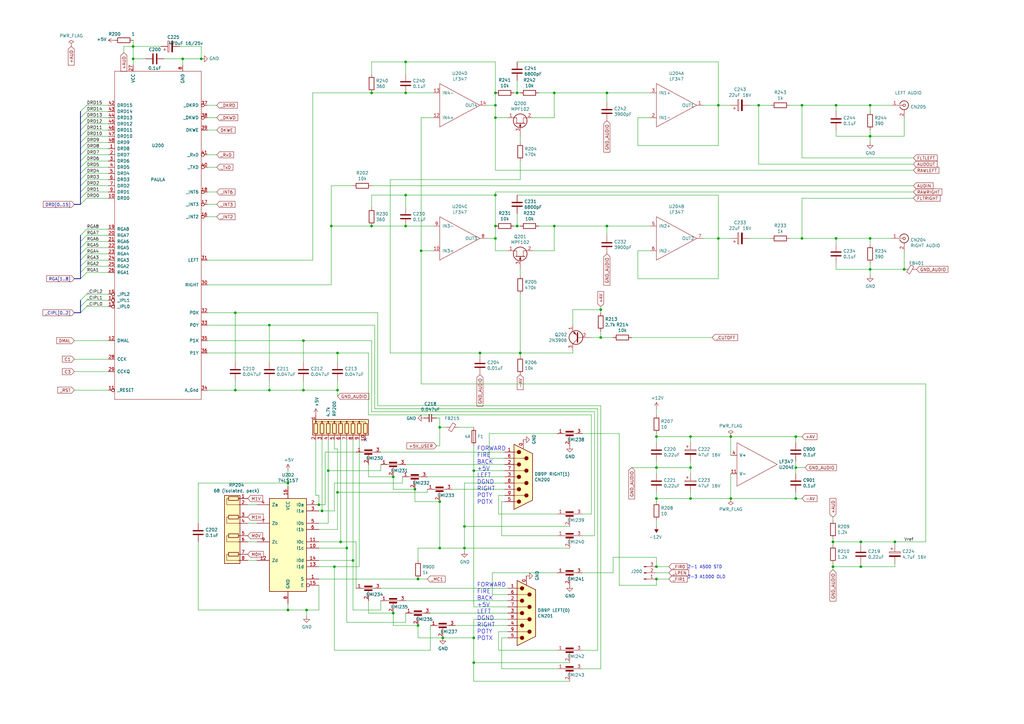
<source format=kicad_sch>
(kicad_sch (version 20230121) (generator eeschema)
  (paper "A3")
  (title_block (title "B2000 Audio") (date "07/06/1987") (rev "6.2-a") (company "Commodore") (comment 1 "Drawn by: Dave Haynie") (comment 2 "Used on: A2000-CR") (comment 3 "Next Assy: 312725") (comment 4 "Assy: 312726"))
  (junction (at 118.11 250.19))
  (junction (at 326.39 179.07))
  (junction (at 180.34 175.26))
  (junction (at 294.64 97.79))
  (junction (at 328.93 97.79))
  (junction (at 190.5 224.79))
  (junction (at 118.11 198.12))
  (junction (at 283.21 179.07))
  (junction (at 356.87 43.18))
  (junction (at 269.24 237.49))
  (junction (at 190.5 215.9))
  (junction (at 96.52 160.02))
  (junction (at 283.21 191.77))
  (junction (at 326.39 191.77))
  (junction (at 203.2 97.79))
  (junction (at 110.49 133.35))
  (junction (at 137.16 232.41))
  (junction (at 132.08 209.55))
  (junction (at 311.15 43.18))
  (junction (at 54.61 24.13))
  (junction (at 171.45 256.54))
  (junction (at 180.34 205.74))
  (junction (at 269.24 179.07))
  (junction (at 294.64 43.18))
  (junction (at 269.24 204.47))
  (junction (at 269.24 191.77))
  (junction (at 170.18 200.66))
  (junction (at 246.38 127))
  (junction (at 194.31 271.78))
  (junction (at 194.31 261.62))
  (junction (at 152.4 38.1))
  (junction (at 246.38 138.43))
  (junction (at 124.46 139.7))
  (junction (at 166.37 80.01))
  (junction (at 353.06 222.25))
  (junction (at 328.93 43.18))
  (junction (at 356.87 55.88))
  (junction (at 142.24 224.79))
  (junction (at 96.52 128.27))
  (junction (at 125.73 250.19))
  (junction (at 54.61 19.05))
  (junction (at 166.37 25.4))
  (junction (at 367.03 222.25))
  (junction (at 353.06 232.41))
  (junction (at 370.84 110.49))
  (junction (at 82.55 24.13))
  (junction (at 138.43 201.93))
  (junction (at 135.89 92.71))
  (junction (at 161.29 251.46))
  (junction (at 283.21 204.47))
  (junction (at 130.81 207.01))
  (junction (at 203.2 80.01))
  (junction (at 342.9 43.18))
  (junction (at 356.87 97.79))
  (junction (at 248.92 38.1))
  (junction (at 134.62 193.04))
  (junction (at 212.09 92.71))
  (junction (at 166.37 38.1))
  (junction (at 172.72 102.87))
  (junction (at 166.37 92.71))
  (junction (at 181.61 261.62))
  (junction (at 194.31 193.04))
  (junction (at 203.2 92.71))
  (junction (at 152.4 92.71))
  (junction (at 124.46 160.02))
  (junction (at 213.36 144.78))
  (junction (at 138.43 144.78))
  (junction (at 269.24 232.41))
  (junction (at 227.33 92.71))
  (junction (at 356.87 110.49))
  (junction (at 203.2 38.1))
  (junction (at 138.43 160.02))
  (junction (at 299.72 179.07))
  (junction (at 342.9 97.79))
  (junction (at 180.34 224.79))
  (junction (at 161.29 195.58))
  (junction (at 299.72 204.47))
  (junction (at 227.33 38.1))
  (junction (at 341.63 232.41))
  (junction (at 171.45 237.49))
  (junction (at 326.39 204.47))
  (junction (at 341.63 222.25))
  (junction (at 139.7 222.25))
  (junction (at 196.85 144.78))
  (junction (at 212.09 38.1))
  (junction (at 203.2 48.26))
  (junction (at 74.93 24.13))
  (junction (at 110.49 160.02))
  (junction (at 203.2 43.18))
  (junction (at 248.92 92.71))
  (junction (at 144.78 229.87))
  (no_connect (at 149.86 180.34))
  (bus_entry (at 33.02 109.22) (size 2.54 -2.54))
  (bus_entry (at 33.02 96.52) (size 2.54 -2.54))
  (bus_entry (at 33.02 104.14) (size 2.54 -2.54))
  (bus_entry (at 33.02 111.76) (size 2.54 -2.54))
  (bus_entry (at 33.02 50.8) (size 2.54 -2.54))
  (bus_entry (at 33.02 58.42) (size 2.54 -2.54))
  (bus_entry (at 33.02 60.96) (size 2.54 -2.54))
  (bus_entry (at 33.02 66.04) (size 2.54 -2.54))
  (bus_entry (at 33.02 123.19) (size 2.54 -2.54))
  (bus_entry (at 33.02 78.74) (size 2.54 -2.54))
  (bus_entry (at 33.02 68.58) (size 2.54 -2.54))
  (bus_entry (at 33.02 71.12) (size 2.54 -2.54))
  (bus_entry (at 33.02 55.88) (size 2.54 -2.54))
  (bus_entry (at 33.02 48.26) (size 2.54 -2.54))
  (bus_entry (at 33.02 99.06) (size 2.54 -2.54))
  (bus_entry (at 33.02 125.73) (size 2.54 -2.54))
  (bus_entry (at 33.02 76.2) (size 2.54 -2.54))
  (bus_entry (at 33.02 101.6) (size 2.54 -2.54))
  (bus_entry (at 33.02 83.82) (size 2.54 -2.54))
  (bus_entry (at 33.02 53.34) (size 2.54 -2.54))
  (bus_entry (at 33.02 63.5) (size 2.54 -2.54))
  (bus_entry (at 33.02 45.72) (size 2.54 -2.54))
  (bus_entry (at 33.02 128.27) (size 2.54 -2.54))
  (bus_entry (at 33.02 81.28) (size 2.54 -2.54))
  (bus_entry (at 33.02 73.66) (size 2.54 -2.54))
  (bus_entry (at 33.02 106.68) (size 2.54 -2.54))
  (bus_entry (at 33.02 114.3) (size 2.54 -2.54))
  (wire (pts (xy 151.13 251.46) (xy 161.29 251.46)))
  (wire (pts (xy 208.28 48.26) (xy 203.2 48.26)))
  (wire (pts (xy 124.46 139.7) (xy 85.09 139.7)))
  (wire (pts (xy 307.34 43.18) (xy 311.15 43.18)))
  (wire (pts (xy 328.93 43.18) (xy 328.93 64.77)))
  (bus (pts (xy 33.02 68.58) (xy 33.02 71.12)))
  (wire (pts (xy 356.87 110.49) (xy 370.84 110.49)))
  (wire (pts (xy 210.82 38.1) (xy 212.09 38.1)))
  (wire (pts (xy 190.5 224.79) (xy 180.34 224.79)))
  (wire (pts (xy 213.36 144.78) (xy 196.85 144.78)))
  (wire (pts (xy 227.33 38.1) (xy 227.33 48.26)))
  (bus (pts (xy 33.02 45.72) (xy 33.02 48.26)))
  (wire (pts (xy 132.08 180.34) (xy 132.08 209.55)))
  (wire (pts (xy 294.64 43.18) (xy 299.72 43.18)))
  (wire (pts (xy 208.28 243.84) (xy 201.93 243.84)))
  (wire (pts (xy 227.33 92.71) (xy 220.98 92.71)))
  (wire (pts (xy 110.49 133.35) (xy 153.67 133.35)))
  (wire (pts (xy 142.24 224.79) (xy 130.81 224.79)))
  (wire (pts (xy 269.24 204.47) (xy 269.24 201.93)))
  (wire (pts (xy 85.09 68.58) (xy 88.9 68.58)))
  (wire (pts (xy 203.2 48.26) (xy 203.2 43.18)))
  (wire (pts (xy 248.92 96.52) (xy 248.92 92.71)))
  (wire (pts (xy 374.65 67.31) (xy 311.15 67.31)))
  (wire (pts (xy 181.61 261.62) (xy 194.31 261.62)))
  (wire (pts (xy 251.46 228.6) (xy 269.24 228.6)))
  (wire (pts (xy 353.06 232.41) (xy 367.03 232.41)))
  (wire (pts (xy 227.33 92.71) (xy 227.33 102.87)))
  (wire (pts (xy 294.64 97.79) (xy 288.29 97.79)))
  (wire (pts (xy 269.24 205.74) (xy 269.24 204.47)))
  (wire (pts (xy 81.28 214.63) (xy 81.28 198.12)))
  (wire (pts (xy 154.94 166.37) (xy 246.38 166.37)))
  (wire (pts (xy 246.38 274.32) (xy 238.76 274.32)))
  (wire (pts (xy 166.37 255.27) (xy 142.24 255.27)))
  (wire (pts (xy 105.41 207.01) (xy 101.6 207.01)))
  (wire (pts (xy 203.2 97.79) (xy 199.39 97.79)))
  (wire (pts (xy 35.56 58.42) (xy 44.45 58.42)))
  (wire (pts (xy 283.21 191.77) (xy 283.21 189.23)))
  (wire (pts (xy 128.27 38.1) (xy 128.27 106.68)))
  (wire (pts (xy 233.68 224.79) (xy 190.5 224.79)))
  (wire (pts (xy 35.56 101.6) (xy 44.45 101.6)))
  (wire (pts (xy 196.85 144.78) (xy 196.85 146.05)))
  (wire (pts (xy 233.68 279.4) (xy 194.31 279.4)))
  (wire (pts (xy 328.93 43.18) (xy 342.9 43.18)))
  (wire (pts (xy 166.37 92.71) (xy 152.4 92.71)))
  (wire (pts (xy 379.73 157.48) (xy 379.73 222.25)))
  (wire (pts (xy 177.8 92.71) (xy 166.37 92.71)))
  (wire (pts (xy 242.57 138.43) (xy 246.38 138.43)))
  (bus (pts (xy 33.02 76.2) (xy 33.02 78.74)))
  (wire (pts (xy 341.63 222.25) (xy 341.63 223.52)))
  (wire (pts (xy 180.34 205.74) (xy 180.34 224.79)))
  (wire (pts (xy 82.55 19.05) (xy 82.55 24.13)))
  (bus (pts (xy 33.02 71.12) (xy 33.02 73.66)))
  (wire (pts (xy 171.45 256.54) (xy 171.45 261.62)))
  (wire (pts (xy 246.38 127) (xy 246.38 125.73)))
  (wire (pts (xy 190.5 215.9) (xy 190.5 224.79)))
  (wire (pts (xy 228.6 266.7) (xy 204.47 266.7)))
  (wire (pts (xy 194.31 279.4) (xy 194.31 271.78)))
  (wire (pts (xy 194.31 254) (xy 194.31 261.62)))
  (wire (pts (xy 171.45 224.79) (xy 171.45 229.87)))
  (wire (pts (xy 185.42 200.66) (xy 207.01 200.66)))
  (wire (pts (xy 85.09 43.18) (xy 88.9 43.18)))
  (wire (pts (xy 85.09 88.9) (xy 88.9 88.9)))
  (wire (pts (xy 156.21 250.19) (xy 156.21 246.38)))
  (wire (pts (xy 342.9 97.79) (xy 356.87 97.79)))
  (wire (pts (xy 67.31 24.13) (xy 74.93 24.13)))
  (wire (pts (xy 85.09 53.34) (xy 88.9 53.34)))
  (wire (pts (xy 356.87 55.88) (xy 356.87 53.34)))
  (wire (pts (xy 151.13 170.18) (xy 242.57 170.18)))
  (bus (pts (xy 33.02 99.06) (xy 33.02 101.6)))
  (wire (pts (xy 341.63 231.14) (xy 341.63 232.41)))
  (wire (pts (xy 105.41 229.87) (xy 101.6 229.87)))
  (wire (pts (xy 151.13 190.5) (xy 151.13 195.58)))
  (wire (pts (xy 269.24 215.9) (xy 269.24 213.36)))
  (wire (pts (xy 341.63 213.36) (xy 341.63 212.09)))
  (wire (pts (xy 166.37 246.38) (xy 208.28 246.38)))
  (wire (pts (xy 328.93 97.79) (xy 342.9 97.79)))
  (wire (pts (xy 85.09 133.35) (xy 110.49 133.35)))
  (wire (pts (xy 180.34 171.45) (xy 179.07 171.45)))
  (wire (pts (xy 269.24 170.18) (xy 269.24 167.64)))
  (wire (pts (xy 245.11 266.7) (xy 238.76 266.7)))
  (wire (pts (xy 299.72 179.07) (xy 283.21 179.07)))
  (wire (pts (xy 370.84 110.49) (xy 370.84 102.87)))
  (wire (pts (xy 166.37 25.4) (xy 203.2 25.4)))
  (wire (pts (xy 130.81 203.2) (xy 130.81 207.01)))
  (wire (pts (xy 248.92 92.71) (xy 227.33 92.71)))
  (wire (pts (xy 96.52 160.02) (xy 110.49 160.02)))
  (wire (pts (xy 283.21 201.93) (xy 283.21 204.47)))
  (wire (pts (xy 144.78 229.87) (xy 144.78 180.34)))
  (wire (pts (xy 203.2 80.01) (xy 203.2 92.71)))
  (wire (pts (xy 81.28 198.12) (xy 118.11 198.12)))
  (wire (pts (xy 187.96 175.26) (xy 194.31 175.26)))
  (wire (pts (xy 203.2 43.18) (xy 199.39 43.18)))
  (wire (pts (xy 152.4 168.91) (xy 243.84 168.91)))
  (wire (pts (xy 138.43 160.02) (xy 138.43 156.21)))
  (wire (pts (xy 165.1 195.58) (xy 165.1 198.12)))
  (wire (pts (xy 266.7 48.26) (xy 261.62 48.26)))
  (wire (pts (xy 172.72 48.26) (xy 172.72 102.87)))
  (wire (pts (xy 175.26 195.58) (xy 207.01 195.58)))
  (wire (pts (xy 156.21 190.5) (xy 156.21 193.04)))
  (wire (pts (xy 248.92 41.91) (xy 248.92 38.1)))
  (wire (pts (xy 180.34 175.26) (xy 180.34 171.45)))
  (wire (pts (xy 342.9 53.34) (xy 342.9 55.88)))
  (wire (pts (xy 341.63 232.41) (xy 353.06 232.41)))
  (wire (pts (xy 74.93 24.13) (xy 82.55 24.13)))
  (wire (pts (xy 365.76 97.79) (xy 356.87 97.79)))
  (wire (pts (xy 180.34 175.26) (xy 182.88 175.26)))
  (wire (pts (xy 137.16 209.55) (xy 132.08 209.55)))
  (wire (pts (xy 234.95 133.35) (xy 234.95 127)))
  (wire (pts (xy 35.56 76.2) (xy 44.45 76.2)))
  (wire (pts (xy 208.28 102.87) (xy 203.2 102.87)))
  (wire (pts (xy 138.43 217.17) (xy 130.81 217.17)))
  (wire (pts (xy 342.9 43.18) (xy 356.87 43.18)))
  (wire (pts (xy 35.56 50.8) (xy 44.45 50.8)))
  (wire (pts (xy 110.49 160.02) (xy 110.49 156.21)))
  (wire (pts (xy 118.11 193.04) (xy 118.11 198.12)))
  (wire (pts (xy 35.56 60.96) (xy 44.45 60.96)))
  (wire (pts (xy 269.24 228.6) (xy 269.24 232.41)))
  (wire (pts (xy 269.24 189.23) (xy 269.24 191.77)))
  (wire (pts (xy 180.34 224.79) (xy 171.45 224.79)))
  (wire (pts (xy 292.1 138.43) (xy 259.08 138.43)))
  (wire (pts (xy 105.41 222.25) (xy 101.6 222.25)))
  (wire (pts (xy 203.2 92.71) (xy 203.2 97.79)))
  (wire (pts (xy 367.03 222.25) (xy 353.06 222.25)))
  (wire (pts (xy 210.82 92.71) (xy 212.09 92.71)))
  (wire (pts (xy 152.4 76.2) (xy 374.65 76.2)))
  (wire (pts (xy 152.4 80.01) (xy 166.37 80.01)))
  (wire (pts (xy 261.62 59.69) (xy 294.64 59.69)))
  (wire (pts (xy 96.52 128.27) (xy 85.09 128.27)))
  (bus (pts (xy 30.48 114.3) (xy 33.02 114.3)))
  (wire (pts (xy 35.56 55.88) (xy 44.45 55.88)))
  (wire (pts (xy 367.03 232.41) (xy 367.03 231.14)))
  (wire (pts (xy 205.74 205.74) (xy 205.74 219.71)))
  (wire (pts (xy 212.09 38.1) (xy 212.09 33.02)))
  (wire (pts (xy 96.52 148.59) (xy 96.52 128.27)))
  (wire (pts (xy 179.07 182.88) (xy 180.34 182.88)))
  (wire (pts (xy 35.56 106.68) (xy 44.45 106.68)))
  (wire (pts (xy 326.39 191.77) (xy 326.39 194.31)))
  (wire (pts (xy 356.87 43.18) (xy 356.87 45.72)))
  (wire (pts (xy 356.87 110.49) (xy 356.87 107.95)))
  (wire (pts (xy 35.56 123.19) (xy 44.45 123.19)))
  (wire (pts (xy 85.09 78.74) (xy 88.9 78.74)))
  (wire (pts (xy 356.87 97.79) (xy 356.87 100.33)))
  (wire (pts (xy 35.56 81.28) (xy 44.45 81.28)))
  (wire (pts (xy 44.45 160.02) (xy 30.48 160.02)))
  (wire (pts (xy 274.32 232.41) (xy 269.24 232.41)))
  (wire (pts (xy 138.43 184.15) (xy 138.43 201.93)))
  (wire (pts (xy 166.37 80.01) (xy 166.37 85.09)))
  (wire (pts (xy 353.06 223.52) (xy 353.06 222.25)))
  (wire (pts (xy 166.37 38.1) (xy 152.4 38.1)))
  (wire (pts (xy 153.67 167.64) (xy 245.11 167.64)))
  (wire (pts (xy 133.35 207.01) (xy 130.81 207.01)))
  (wire (pts (xy 269.24 191.77) (xy 259.08 191.77)))
  (wire (pts (xy 152.4 85.09) (xy 152.4 80.01)))
  (wire (pts (xy 367.03 223.52) (xy 367.03 222.25)))
  (wire (pts (xy 213.36 120.65) (xy 213.36 144.78)))
  (wire (pts (xy 147.32 180.34) (xy 147.32 232.41)))
  (wire (pts (xy 35.56 96.52) (xy 44.45 96.52)))
  (wire (pts (xy 299.72 204.47) (xy 283.21 204.47)))
  (wire (pts (xy 328.93 81.28) (xy 374.65 81.28)))
  (wire (pts (xy 194.31 248.92) (xy 208.28 248.92)))
  (wire (pts (xy 227.33 38.1) (xy 220.98 38.1)))
  (wire (pts (xy 176.53 266.7) (xy 137.16 266.7)))
  (wire (pts (xy 203.2 102.87) (xy 203.2 97.79)))
  (wire (pts (xy 328.93 179.07) (xy 326.39 179.07)))
  (wire (pts (xy 110.49 133.35) (xy 110.49 148.59)))
  (wire (pts (xy 356.87 110.49) (xy 356.87 113.03)))
  (wire (pts (xy 156.21 193.04) (xy 134.62 193.04)))
  (wire (pts (xy 137.16 266.7) (xy 137.16 232.41)))
  (wire (pts (xy 172.72 157.48) (xy 379.73 157.48)))
  (wire (pts (xy 176.53 256.54) (xy 176.53 266.7)))
  (wire (pts (xy 161.29 195.58) (xy 161.29 200.66)))
  (wire (pts (xy 283.21 179.07) (xy 269.24 179.07)))
  (wire (pts (xy 152.4 30.48) (xy 152.4 25.4)))
  (wire (pts (xy 342.9 43.18) (xy 342.9 45.72)))
  (wire (pts (xy 118.11 198.12) (xy 118.11 199.39)))
  (bus (pts (xy 33.02 101.6) (xy 33.02 104.14)))
  (wire (pts (xy 171.45 261.62) (xy 181.61 261.62)))
  (wire (pts (xy 341.63 232.41) (xy 341.63 233.68)))
  (bus (pts (xy 33.02 106.68) (xy 33.02 109.22)))
  (wire (pts (xy 137.16 198.12) (xy 137.16 209.55)))
  (bus (pts (xy 33.02 73.66) (xy 33.02 76.2)))
  (wire (pts (xy 205.74 274.32) (xy 228.6 274.32)))
  (wire (pts (xy 294.64 80.01) (xy 294.64 97.79)))
  (wire (pts (xy 367.03 222.25) (xy 379.73 222.25)))
  (wire (pts (xy 137.16 180.34) (xy 137.16 184.15)))
  (wire (pts (xy 266.7 38.1) (xy 248.92 38.1)))
  (wire (pts (xy 152.4 92.71) (xy 135.89 92.71)))
  (wire (pts (xy 137.16 232.41) (xy 130.81 232.41)))
  (wire (pts (xy 154.94 128.27) (xy 154.94 166.37)))
  (wire (pts (xy 85.09 160.02) (xy 96.52 160.02)))
  (wire (pts (xy 96.52 160.02) (xy 96.52 156.21)))
  (wire (pts (xy 133.35 185.42) (xy 133.35 207.01)))
  (wire (pts (xy 194.31 261.62) (xy 194.31 271.78)))
  (wire (pts (xy 170.18 200.66) (xy 170.18 205.74)))
  (wire (pts (xy 311.15 67.31) (xy 311.15 43.18)))
  (wire (pts (xy 118.11 247.65) (xy 118.11 250.19)))
  (wire (pts (xy 203.2 48.26) (xy 203.2 69.85)))
  (wire (pts (xy 124.46 139.7) (xy 152.4 139.7)))
  (wire (pts (xy 160.02 73.66) (xy 213.36 73.66)))
  (wire (pts (xy 208.28 254) (xy 194.31 254)))
  (wire (pts (xy 142.24 255.27) (xy 142.24 224.79)))
  (wire (pts (xy 129.54 203.2) (xy 129.54 180.34)))
  (wire (pts (xy 54.61 19.05) (xy 50.8 19.05)))
  (wire (pts (xy 125.73 250.19) (xy 125.73 252.73)))
  (wire (pts (xy 328.93 97.79) (xy 328.93 81.28)))
  (wire (pts (xy 326.39 181.61) (xy 326.39 179.07)))
  (wire (pts (xy 326.39 179.07) (xy 299.72 179.07)))
  (bus (pts (xy 33.02 83.82) (xy 30.48 83.82)))
  (wire (pts (xy 213.36 110.49) (xy 213.36 113.03)))
  (wire (pts (xy 246.38 138.43) (xy 246.38 135.89)))
  (wire (pts (xy 207.01 205.74) (xy 205.74 205.74)))
  (wire (pts (xy 212.09 25.4) (xy 294.64 25.4)))
  (wire (pts (xy 311.15 43.18) (xy 316.23 43.18)))
  (wire (pts (xy 283.21 204.47) (xy 269.24 204.47)))
  (wire (pts (xy 85.09 116.84) (xy 135.89 116.84)))
  (wire (pts (xy 137.16 184.15) (xy 138.43 184.15)))
  (wire (pts (xy 54.61 26.67) (xy 54.61 24.13)))
  (wire (pts (xy 233.68 215.9) (xy 190.5 215.9)))
  (wire (pts (xy 238.76 177.8) (xy 254 177.8)))
  (wire (pts (xy 370.84 55.88) (xy 370.84 48.26)))
  (wire (pts (xy 124.46 148.59) (xy 124.46 139.7)))
  (wire (pts (xy 161.29 251.46) (xy 161.29 256.54)))
  (wire (pts (xy 144.78 76.2) (xy 135.89 76.2)))
  (bus (pts (xy 33.02 81.28) (xy 33.02 83.82)))
  (wire (pts (xy 166.37 251.46) (xy 166.37 255.27)))
  (wire (pts (xy 356.87 55.88) (xy 356.87 58.42)))
  (wire (pts (xy 246.38 127) (xy 246.38 128.27)))
  (wire (pts (xy 125.73 250.19) (xy 130.81 250.19)))
  (bus (pts (xy 33.02 125.73) (xy 33.02 128.27)))
  (wire (pts (xy 261.62 48.26) (xy 261.62 59.69)))
  (wire (pts (xy 227.33 102.87) (xy 218.44 102.87)))
  (wire (pts (xy 156.21 185.42) (xy 207.01 185.42)))
  (wire (pts (xy 130.81 229.87) (xy 144.78 229.87)))
  (wire (pts (xy 134.62 214.63) (xy 130.81 214.63)))
  (wire (pts (xy 35.56 71.12) (xy 44.45 71.12)))
  (wire (pts (xy 342.9 110.49) (xy 356.87 110.49)))
  (wire (pts (xy 299.72 204.47) (xy 326.39 204.47)))
  (wire (pts (xy 212.09 92.71) (xy 213.36 92.71)))
  (wire (pts (xy 294.64 25.4) (xy 294.64 43.18)))
  (wire (pts (xy 147.32 232.41) (xy 137.16 232.41)))
  (wire (pts (xy 35.56 53.34) (xy 44.45 53.34)))
  (wire (pts (xy 171.45 237.49) (xy 130.81 237.49)))
  (bus (pts (xy 33.02 58.42) (xy 33.02 60.96)))
  (wire (pts (xy 74.93 24.13) (xy 74.93 26.67)))
  (wire (pts (xy 242.57 210.82) (xy 238.76 210.82)))
  (bus (pts (xy 33.02 96.52) (xy 33.02 99.06)))
  (wire (pts (xy 124.46 160.02) (xy 124.46 156.21)))
  (wire (pts (xy 234.95 144.78) (xy 213.36 144.78)))
  (bus (pts (xy 33.02 48.26) (xy 33.02 50.8)))
  (wire (pts (xy 151.13 144.78) (xy 151.13 170.18)))
  (wire (pts (xy 110.49 160.02) (xy 124.46 160.02)))
  (wire (pts (xy 54.61 24.13) (xy 59.69 24.13)))
  (wire (pts (xy 266.7 92.71) (xy 248.92 92.71)))
  (wire (pts (xy 294.64 97.79) (xy 299.72 97.79)))
  (bus (pts (xy 33.02 123.19) (xy 33.02 125.73)))
  (wire (pts (xy 138.43 148.59) (xy 138.43 144.78)))
  (bus (pts (xy 33.02 63.5) (xy 33.02 66.04)))
  (wire (pts (xy 243.84 168.91) (xy 243.84 219.71)))
  (wire (pts (xy 134.62 193.04) (xy 134.62 214.63)))
  (wire (pts (xy 30.48 152.4) (xy 44.45 152.4)))
  (wire (pts (xy 208.28 261.62) (xy 205.74 261.62)))
  (wire (pts (xy 144.78 250.19) (xy 156.21 250.19)))
  (bus (pts (xy 33.02 55.88) (xy 33.02 58.42)))
  (wire (pts (xy 161.29 200.66) (xy 170.18 200.66)))
  (wire (pts (xy 190.5 224.79) (xy 190.5 226.06)))
  (wire (pts (xy 177.8 48.26) (xy 172.72 48.26)))
  (wire (pts (xy 35.56 93.98) (xy 44.45 93.98)))
  (wire (pts (xy 35.56 120.65) (xy 44.45 120.65)))
  (bus (pts (xy 33.02 104.14) (xy 33.02 106.68)))
  (wire (pts (xy 54.61 16.51) (xy 54.61 19.05)))
  (wire (pts (xy 243.84 219.71) (xy 238.76 219.71)))
  (wire (pts (xy 207.01 187.96) (xy 200.66 187.96)))
  (wire (pts (xy 35.56 45.72) (xy 44.45 45.72)))
  (wire (pts (xy 186.69 256.54) (xy 208.28 256.54)))
  (wire (pts (xy 274.32 237.49) (xy 269.24 237.49)))
  (wire (pts (xy 175.26 237.49) (xy 171.45 237.49)))
  (wire (pts (xy 139.7 222.25) (xy 146.05 222.25)))
  (wire (pts (xy 234.95 143.51) (xy 234.95 144.78)))
  (wire (pts (xy 213.36 55.88) (xy 213.36 58.42)))
  (wire (pts (xy 35.56 111.76) (xy 44.45 111.76)))
  (wire (pts (xy 212.09 80.01) (xy 294.64 80.01)))
  (wire (pts (xy 203.2 80.01) (xy 203.2 78.74)))
  (bus (pts (xy 33.02 109.22) (xy 33.02 111.76)))
  (wire (pts (xy 342.9 107.95) (xy 342.9 110.49)))
  (wire (pts (xy 212.09 92.71) (xy 212.09 87.63)))
  (wire (pts (xy 152.4 38.1) (xy 128.27 38.1)))
  (wire (pts (xy 207.01 193.04) (xy 194.31 193.04)))
  (wire (pts (xy 269.24 179.07) (xy 269.24 181.61)))
  (bus (pts (xy 33.02 50.8) (xy 33.02 53.34)))
  (wire (pts (xy 213.36 144.78) (xy 213.36 146.05)))
  (wire (pts (xy 146.05 222.25) (xy 146.05 241.3)))
  (wire (pts (xy 132.08 209.55) (xy 130.81 209.55)))
  (wire (pts (xy 144.78 229.87) (xy 144.78 250.19)))
  (wire (pts (xy 204.47 203.2) (xy 207.01 203.2)))
  (wire (pts (xy 160.02 73.66) (xy 160.02 144.78)))
  (wire (pts (xy 294.64 114.3) (xy 294.64 97.79)))
  (wire (pts (xy 124.46 160.02) (xy 138.43 160.02)))
  (wire (pts (xy 251.46 234.95) (xy 251.46 228.6)))
  (bus (pts (xy 33.02 66.04) (xy 33.02 68.58)))
  (wire (pts (xy 205.74 219.71) (xy 228.6 219.71)))
  (wire (pts (xy 254 177.8) (xy 254 240.03)))
  (wire (pts (xy 194.31 182.88) (xy 194.31 193.04)))
  (wire (pts (xy 246.38 166.37) (xy 246.38 274.32)))
  (wire (pts (xy 213.36 73.66) (xy 213.36 66.04)))
  (wire (pts (xy 139.7 180.34) (xy 139.7 222.25)))
  (wire (pts (xy 35.56 99.06) (xy 44.45 99.06)))
  (wire (pts (xy 323.85 43.18) (xy 328.93 43.18)))
  (wire (pts (xy 73.66 19.05) (xy 82.55 19.05)))
  (wire (pts (xy 294.64 43.18) (xy 288.29 43.18)))
  (wire (pts (xy 66.04 19.05) (xy 54.61 19.05)))
  (wire (pts (xy 135.89 76.2) (xy 135.89 92.71)))
  (wire (pts (xy 176.53 251.46) (xy 208.28 251.46)))
  (wire (pts (xy 342.9 97.79) (xy 342.9 100.33)))
  (wire (pts (xy 166.37 190.5) (xy 207.01 190.5)))
  (wire (pts (xy 133.35 185.42) (xy 146.05 185.42)))
  (wire (pts (xy 138.43 201.93) (xy 138.43 217.17)))
  (wire (pts (xy 203.2 69.85) (xy 374.65 69.85)))
  (wire (pts (xy 246.38 138.43) (xy 251.46 138.43)))
  (wire (pts (xy 203.2 25.4) (xy 203.2 38.1)))
  (wire (pts (xy 175.26 200.66) (xy 175.26 201.93)))
  (bus (pts (xy 33.02 53.34) (xy 33.02 55.88)))
  (wire (pts (xy 269.24 179.07) (xy 269.24 177.8)))
  (wire (pts (xy 200.66 177.8) (xy 228.6 177.8)))
  (wire (pts (xy 35.56 109.22) (xy 44.45 109.22)))
  (wire (pts (xy 35.56 73.66) (xy 44.45 73.66)))
  (wire (pts (xy 156.21 241.3) (xy 208.28 241.3)))
  (wire (pts (xy 170.18 205.74) (xy 180.34 205.74)))
  (wire (pts (xy 81.28 222.25) (xy 81.28 250.19)))
  (wire (pts (xy 152.4 139.7) (xy 152.4 168.91)))
  (wire (pts (xy 30.48 139.7) (xy 44.45 139.7)))
  (wire (pts (xy 283.21 181.61) (xy 283.21 179.07)))
  (wire (pts (xy 44.45 147.32) (xy 30.48 147.32)))
  (wire (pts (xy 204.47 210.82) (xy 204.47 203.2)))
  (wire (pts (xy 201.93 234.95) (xy 228.6 234.95)))
  (wire (pts (xy 35.56 48.26) (xy 44.45 48.26)))
  (wire (pts (xy 203.2 78.74) (xy 374.65 78.74)))
  (wire (pts (xy 212.09 38.1) (xy 213.36 38.1)))
  (wire (pts (xy 180.34 182.88) (xy 180.34 175.26)))
  (wire (pts (xy 165.1 198.12) (xy 137.16 198.12)))
  (wire (pts (xy 152.4 25.4) (xy 166.37 25.4)))
  (wire (pts (xy 142.24 180.34) (xy 142.24 224.79)))
  (wire (pts (xy 135.89 116.84) (xy 135.89 92.71)))
  (wire (pts (xy 50.8 19.05) (xy 50.8 21.59)))
  (wire (pts (xy 105.41 214.63) (xy 101.6 214.63)))
  (wire (pts (xy 242.57 170.18) (xy 242.57 210.82)))
  (wire (pts (xy 130.81 203.2) (xy 129.54 203.2)))
  (wire (pts (xy 307.34 97.79) (xy 316.23 97.79)))
  (wire (pts (xy 196.85 144.78) (xy 160.02 144.78)))
  (wire (pts (xy 118.11 250.19) (xy 125.73 250.19)))
  (wire (pts (xy 328.93 64.77) (xy 374.65 64.77)))
  (bus (pts (xy 33.02 60.96) (xy 33.02 63.5)))
  (wire (pts (xy 151.13 246.38) (xy 151.13 251.46)))
  (wire (pts (xy 299.72 194.31) (xy 299.72 204.47)))
  (wire (pts (xy 326.39 191.77) (xy 330.2 191.77)))
  (bus (pts (xy 30.48 128.27) (xy 33.02 128.27)))
  (wire (pts (xy 35.56 68.58) (xy 44.45 68.58)))
  (wire (pts (xy 88.9 63.5) (xy 85.09 63.5)))
  (wire (pts (xy 266.7 102.87) (xy 261.62 102.87)))
  (wire (pts (xy 261.62 102.87) (xy 261.62 114.3)))
  (wire (pts (xy 153.67 133.35) (xy 153.67 167.64)))
  (wire (pts (xy 269.24 240.03) (xy 269.24 237.49)))
  (wire (pts (xy 194.31 271.78) (xy 233.68 271.78)))
  (wire (pts (xy 201.93 243.84) (xy 201.93 234.95)))
  (wire (pts (xy 269.24 234.95) (xy 274.32 234.95)))
  (wire (pts (xy 35.56 43.18) (xy 44.45 43.18)))
  (wire (pts (xy 172.72 102.87) (xy 172.72 157.48)))
  (wire (pts (xy 130.81 250.19) (xy 130.81 240.03)))
  (wire (pts (xy 138.43 144.78) (xy 151.13 144.78)))
  (wire (pts (xy 88.9 83.82) (xy 85.09 83.82)))
  (wire (pts (xy 161.29 256.54) (xy 171.45 256.54)))
  (wire (pts (xy 166.37 80.01) (xy 203.2 80.01)))
  (wire (pts (xy 356.87 55.88) (xy 370.84 55.88)))
  (wire (pts (xy 151.13 195.58) (xy 161.29 195.58)))
  (wire (pts (xy 81.28 250.19) (xy 118.11 250.19)))
  (wire (pts (xy 172.72 102.87) (xy 177.8 102.87)))
  (wire (pts (xy 365.76 43.18) (xy 356.87 43.18)))
  (wire (pts (xy 248.92 38.1) (xy 227.33 38.1)))
  (wire (pts (xy 35.56 78.74) (xy 44.45 78.74)))
  (wire (pts (xy 342.9 55.88) (xy 356.87 55.88)))
  (wire (pts (xy 175.26 201.93) (xy 138.43 201.93)))
  (wire (pts (xy 194.31 193.04) (xy 194.31 248.92)))
  (wire (pts (xy 245.11 167.64) (xy 245.11 266.7)))
  (wire (pts (xy 35.56 63.5) (xy 44.45 63.5)))
  (wire (pts (xy 204.47 266.7) (xy 204.47 259.08)))
  (wire (pts (xy 323.85 97.79) (xy 328.93 97.79)))
  (wire (pts (xy 228.6 210.82) (xy 204.47 210.82)))
  (wire (pts (xy 269.24 191.77) (xy 269.24 194.31)))
  (wire (pts (xy 203.2 38.1) (xy 203.2 43.18)))
  (wire (pts (xy 326.39 204.47) (xy 328.93 204.47)))
  (wire (pts (xy 130.81 222.25) (xy 139.7 222.25)))
  (wire (pts (xy 35.56 104.14) (xy 44.45 104.14)))
  (wire (pts (xy 353.06 222.25) (xy 341.63 222.25)))
  (wire (pts (xy 138.43 144.78) (xy 85.09 144.78)))
  (wire (pts (xy 238.76 234.95) (xy 251.46 234.95)))
  (wire (pts (xy 138.43 160.02) (xy 138.43 162.56)))
  (wire (pts (xy 227.33 48.26) (xy 218.44 48.26)))
  (wire (pts (xy 177.8 38.1) (xy 166.37 38.1)))
  (wire (pts (xy 294.64 59.69) (xy 294.64 43.18)))
  (wire (pts (xy 88.9 48.26) (xy 85.09 48.26)))
  (wire (pts (xy 326.39 201.93) (xy 326.39 204.47)))
  (wire (pts (xy 341.63 222.25) (xy 341.63 220.98)))
  (wire (pts (xy 207.01 198.12) (xy 190.5 198.12)))
  (wire (pts (xy 353.06 232.41) (xy 353.06 231.14)))
  (wire (pts (xy 326.39 189.23) (xy 326.39 191.77)))
  (bus (pts (xy 33.02 78.74) (xy 33.02 81.28)))
  (wire (pts (xy 234.95 127) (xy 246.38 127)))
  (wire (pts (xy 35.56 125.73) (xy 44.45 125.73)))
  (wire (pts (xy 299.72 186.69) (xy 299.72 179.07)))
  (wire (pts (xy 166.37 25.4) (xy 166.37 30.48)))
  (wire (pts (xy 190.5 198.12) (xy 190.5 215.9)))
  (wire (pts (xy 204.47 259.08) (xy 208.28 259.08)))
  (wire (pts (xy 200.66 187.96) (xy 200.66 177.8)))
  (wire (pts (xy 134.62 180.34) (xy 134.62 193.04)))
  (wire (pts (xy 96.52 128.27) (xy 154.94 128.27)))
  (wire (pts (xy 35.56 66.04) (xy 44.45 66.04)))
  (bus (pts (xy 33.02 111.76) (xy 33.02 114.3)))
  (wire (pts (xy 254 240.03) (xy 269.24 240.03)))
  (wire (pts (xy 205.74 261.62) (xy 205.74 274.32)))
  (wire (pts (xy 283.21 194.31) (xy 283.21 191.77)))
  (wire (pts (xy 261.62 114.3) (xy 294.64 114.3)))
  (wire (pts (xy 128.27 106.68) (xy 85.09 106.68)))
  (wire (pts (xy 54.61 19.05) (xy 54.61 24.13)))
  (wire (pts (xy 283.21 191.77) (xy 269.24 191.77)))
  (text "FORWARD\nFIRE\nBACK\n+5V\nLEFT\nDGND\nRIGHT\nPOTY\nPOTX" (at 195.58 207.01 0) (effects (font (size 1.7018 1.7018)) (justify left bottom)))
  (text "FORWARD\nFIRE\nBACK\n+5V\nLEFT\nDGND\nRIGHT\nPOTY\nPOTX" (at 195.58 262.89 0) (effects (font (size 1.7018 1.7018)) (justify left bottom)))
  (text "2-1 A500 STD\n\n2-3 A1000 OLD" (at 281.94 237.49 0) (effects (font (size 1.27 1.27)) (justify left bottom)))
  (label "DRD14" (at 35.56 45.72 0))
  (label "DRD9" (at 35.56 58.42 0))
  (label "DRD6" (at 35.56 66.04 0))
  (label "DRD0" (at 35.56 81.28 0))
  (label "DRD3" (at 35.56 73.66 0))
  (label "DRD2" (at 35.56 76.2 0))
  (label "_CIPL2" (at 35.56 120.65 0))
  (label "RGA3" (at 35.56 106.68 0))
  (label "DRD11" (at 35.56 53.34 0))
  (label "RGA1" (at 35.56 111.76 0))
  (label "DRD5" (at 35.56 68.58 0))
  (label "DRD15" (at 35.56 43.18 0))
  (label "Vref" (at 370.84 222.25 0))
  (label "_CIPL0" (at 35.56 125.73 0))
  (label "DRD13" (at 35.56 48.26 0))
  (label "RGA5" (at 35.56 101.6 0))
  (label "DRD7" (at 35.56 63.5 0))
  (label "RGA6" (at 35.56 99.06 0))
  (label "DRD12" (at 35.56 50.8 0))
  (label "RGA7" (at 35.56 96.52 0))
  (label "RGA8" (at 35.56 93.98 0))
  (label "RGA2" (at 35.56 109.22 0))
  (label "DRD8" (at 35.56 60.96 0))
  (label "DRD10" (at 35.56 55.88 0))
  (label "_CIPL1" (at 35.56 123.19 0))
  (label "RGA4" (at 35.56 104.14 0))
  (label "DRD4" (at 35.56 71.12 0))
  (label "DRD1" (at 35.56 78.74 0))
  (global_label "+AV" (shape input) (at 246.38 125.73 90) (property "Intersheetrefs" "${INTERSHEET_REFS}" (effects hide)))
  (global_label "GND_AUDIO" (shape input) (at 375.92 110.49 0) (property "Intersheetrefs" "${INTERSHEET_REFS}" (effects hide)))
  (global_label "M1H" (shape input) (at 101.6 212.09 0) (property "Intersheetrefs" "${INTERSHEET_REFS}" (effects hide)))
  (global_label "M0H" (shape input) (at 101.6 227.33 0) (property "Intersheetrefs" "${INTERSHEET_REFS}" (effects hide)))
  (global_label "_TxD" (shape input) (at 88.9 68.58 0) (property "Intersheetrefs" "${INTERSHEET_REFS}" (effects hide)))
  (global_label "_CUTOFF" (shape input) (at 292.1 138.43 0) (property "Intersheetrefs" "${INTERSHEET_REFS}" (effects hide)))
  (global_label "RGA[1..8]" (shape input) (at 30.48 114.3 180) (property "Intersheetrefs" "${INTERSHEET_REFS}" (effects hide)))
  (global_label "GND_AUDIO" (shape input) (at 341.63 233.68 270) (property "Intersheetrefs" "${INTERSHEET_REFS}" (effects hide)))
  (global_label "_LPEN" (shape input) (at 274.32 234.95 0) (property "Intersheetrefs" "${INTERSHEET_REFS}" (effects hide)))
  (global_label "+AV" (shape input) (at 328.93 179.07 0) (property "Intersheetrefs" "${INTERSHEET_REFS}" (effects hide)))
  (global_label "_DKWD" (shape input) (at 88.9 48.26 0) (property "Intersheetrefs" "${INTERSHEET_REFS}" (effects hide)))
  (global_label "+AUD" (shape input) (at 50.8 21.59 270) (property "Intersheetrefs" "${INTERSHEET_REFS}" (effects hide)))
  (global_label "DRD[0..15]" (shape input) (at 30.48 83.82 180) (property "Intersheetrefs" "${INTERSHEET_REFS}" (effects hide)))
  (global_label "GND_AUDIO" (shape input) (at 138.43 162.56 0) (property "Intersheetrefs" "${INTERSHEET_REFS}" (effects hide)))
  (global_label "AUDIN" (shape input) (at 374.65 76.2 0) (property "Intersheetrefs" "${INTERSHEET_REFS}" (effects hide)))
  (global_label "+AUD" (shape input) (at 29.21 19.05 270) (property "Intersheetrefs" "${INTERSHEET_REFS}" (effects hide)))
  (global_label "_INT2" (shape input) (at 88.9 88.9 0) (property "Intersheetrefs" "${INTERSHEET_REFS}" (effects hide)))
  (global_label "_INT3" (shape input) (at 88.9 83.82 0) (property "Intersheetrefs" "${INTERSHEET_REFS}" (effects hide)))
  (global_label "_RST" (shape input) (at 30.48 160.02 180) (property "Intersheetrefs" "${INTERSHEET_REFS}" (effects hide)))
  (global_label "GND_AUDIO" (shape input) (at 248.92 104.14 270) (property "Intersheetrefs" "${INTERSHEET_REFS}" (effects hide)))
  (global_label "GND_AUDIO" (shape input) (at 248.92 49.53 270) (property "Intersheetrefs" "${INTERSHEET_REFS}" (effects hide)))
  (global_label "DMAL" (shape input) (at 30.48 139.7 180) (property "Intersheetrefs" "${INTERSHEET_REFS}" (effects hide)))
  (global_label "-AV" (shape input) (at 213.36 153.67 270) (property "Intersheetrefs" "${INTERSHEET_REFS}" (effects hide)))
  (global_label "AUDOUT" (shape input) (at 374.65 67.31 0) (property "Intersheetrefs" "${INTERSHEET_REFS}" (effects hide)))
  (global_label "+AUD" (shape input) (at 341.63 212.09 90) (property "Intersheetrefs" "${INTERSHEET_REFS}" (effects hide)))
  (global_label "GND_AUDIO" (shape input) (at 330.2 191.77 0) (property "Intersheetrefs" "${INTERSHEET_REFS}" (effects hide)))
  (global_label "C3" (shape input) (at 30.48 152.4 180) (property "Intersheetrefs" "${INTERSHEET_REFS}" (effects hide)))
  (global_label "FLTRIGHT" (shape input) (at 374.65 81.28 0) (property "Intersheetrefs" "${INTERSHEET_REFS}" (effects hide)))
  (global_label "_FIR1" (shape input) (at 274.32 237.49 0) (property "Intersheetrefs" "${INTERSHEET_REFS}" (effects hide)))
  (global_label "M1V" (shape input) (at 101.6 204.47 0) (property "Intersheetrefs" "${INTERSHEET_REFS}" (effects hide)))
  (global_label "M0V" (shape input) (at 101.6 219.71 0) (property "Intersheetrefs" "${INTERSHEET_REFS}" (effects hide)))
  (global_label "_RxD" (shape input) (at 88.9 63.5 0) (property "Intersheetrefs" "${INTERSHEET_REFS}" (effects hide)))
  (global_label "DKWE" (shape input) (at 88.9 53.34 0) (property "Intersheetrefs" "${INTERSHEET_REFS}" (effects hide)))
  (global_label "GND_AUDIO" (shape input) (at 196.85 153.67 270) (property "Intersheetrefs" "${INTERSHEET_REFS}" (effects hide)))
  (global_label "C1" (shape input) (at 30.48 147.32 180) (property "Intersheetrefs" "${INTERSHEET_REFS}" (effects hide)))
  (global_label "_INT6" (shape input) (at 88.9 78.74 0) (property "Intersheetrefs" "${INTERSHEET_REFS}" (effects hide)))
  (global_label "-AV" (shape input) (at 328.93 204.47 0) (property "Intersheetrefs" "${INTERSHEET_REFS}" (effects hide)))
  (global_label "+5V_USER" (shape input) (at 179.07 182.88 180) (property "Intersheetrefs" "${INTERSHEET_REFS}" (effects hide)))
  (global_label "RAWLEFT" (shape input) (at 374.65 69.85 0) (property "Intersheetrefs" "${INTERSHEET_REFS}" (effects hide)))
  (global_label "_DKRD" (shape input) (at 88.9 43.18 0) (property "Intersheetrefs" "${INTERSHEET_REFS}" (effects hide)))
  (global_label "RAWRIGHT" (shape input) (at 374.65 78.74 0) (property "Intersheetrefs" "${INTERSHEET_REFS}" (effects hide)))
  (global_label "FLTLEFT" (shape input) (at 374.65 64.77 0) (property "Intersheetrefs" "${INTERSHEET_REFS}" (effects hide)))
  (global_label "GND_AUDIO" (shape input) (at 259.08 191.77 270) (property "Intersheetrefs" "${INTERSHEET_REFS}" (effects hide)))
  (global_label "_FIR0" (shape input) (at 274.32 232.41 0) (property "Intersheetrefs" "${INTERSHEET_REFS}" (effects hide)))
  (global_label "_MC1" (shape input) (at 175.26 237.49 0) (property "Intersheetrefs" "${INTERSHEET_REFS}" (effects hide)))
  (global_label "_CIPL[0..2]" (shape input) (at 30.48 128.27 180) (property "Intersheetrefs" "${INTERSHEET_REFS}" (effects hide)))
  (symbol (lib_id "amiga_customs:PAULA") (at 64.77 26.67 0) (unit 1)
    (property "Reference" "U200" (at 64.77 59.69 0))
    (property "Value" "PAULA" (at 64.77 73.66 0))
    (property "Footprint" "Package_DIP:DIP-48_W15.24mm_Socket" (effects hide))
    (property "Datasheet" "https://www.amigawiki.org/doku.php?id=de:parts:paula" (effects hide))
  )
  (symbol (lib_id "Device:R") (at 50.8 16.51 270) (unit 1)
    (property "Reference" "R200" (at 46.99 13.97 90))
    (property "Value" "1" (at 54.61 13.97 90))
    (property "Footprint" "Resistor_THT:R_Axial_DIN0207_L6.3mm_D2.5mm_P10.16mm_Horizontal" (effects hide))
    (property "RefOrder" "603-CFR-25JR-52-1R" (effects hide))
  )
  (symbol (lib_id "amiga2000-rescue:CP-Device") (at 69.85 19.05 90) (unit 1)
    (property "Reference" "C225" (at 71.12 15.24 90))
    (property "Value" "470uF 16/25v" (at 76.2 17.78 90))
    (property "Footprint" "Capacitor_THT:CP_Radial_D10.0mm_P5.00mm" (effects hide))
    (property "RefOrder" "647-UVR1E471MPD" (effects hide))
  )
  (symbol (lib_id "Device:C") (at 63.5 24.13 270) (unit 1)
    (property "Reference" "C200" (at 63.5 20.32 90))
    (property "Value" "0.1uF" (at 63.5 27.94 90))
    (property "Footprint" "Capacitor_THT:C_Rect_L11.5mm_W2.6mm_P10.00mm_MKT" (effects hide))
    (property "RefOrder" "581-SA105C104KARC" (effects hide))
  )
  (symbol (lib_id "power:GND") (at 82.55 24.13 90) (unit 1)
    (property "Reference" "#PWR020" (effects hide))
    (property "Value" "GND" (at 85.8012 24.003 90) (effects (justify right)))
  )
  (symbol (lib_id "power:+5V") (at 46.99 16.51 90) (unit 1)
    (property "Reference" "#PWR019" (effects hide))
    (property "Value" "+5V" (at 43.7388 16.129 90) (effects (justify left)))
  )
  (symbol (lib_id "74xx:74LS157") (at 118.11 222.25 0) (mirror y) (unit 1)
    (property "Reference" "U202" (at 118.11 194.7926 0))
    (property "Value" "74LS157" (at 118.11 197.104 0))
    (property "Footprint" "Package_DIP:DIP-16_W7.62mm_Socket" (effects hide))
    (property "Datasheet" "http://www.ti.com/lit/gpn/sn74LS157" (effects hide))
    (property "RefOrder" "595-SN74LS157N" (effects hide))
  )
  (symbol (lib_id "amiga2000-rescue:DB9_Male_MountingHoles-Connector") (at 214.63 195.58 0) (mirror x) (unit 1)
    (property "Reference" "CN200" (at 219.202 196.7484 0) (effects (justify left)))
    (property "Value" "DB9P RIGHT(1)" (at 219.202 194.437 0) (effects (justify left)))
    (property "Footprint" "Connector_Dsub:DSUB-9_Male_Horizontal_P2.77x2.84mm_EdgePinOffset7.70mm_Housed_MountingHolesOffset9.12mm" (effects hide))
    (property "Datasheet" " ~" (effects hide))
    (property "Gender" "Male" (effects hide))
  )
  (symbol (lib_id "Device:C") (at 96.52 152.4 0) (unit 1)
    (property "Reference" "C210" (at 99.441 151.2316 0) (effects (justify left)))
    (property "Value" "0.047uF" (at 99.441 153.543 0) (effects (justify left)))
    (property "Footprint" "Capacitor_THT:C_Rect_L11.5mm_W2.6mm_P10.00mm_MKT" (effects hide))
    (property "RefOrder" "581-SA105C473KARC" (effects hide))
  )
  (symbol (lib_id "Device:C") (at 110.49 152.4 0) (unit 1)
    (property "Reference" "C211" (at 113.411 151.2316 0) (effects (justify left)))
    (property "Value" "0.047uF" (at 113.411 153.543 0) (effects (justify left)))
    (property "Footprint" "Capacitor_THT:C_Rect_L11.5mm_W2.6mm_P10.00mm_MKT" (effects hide))
    (property "RefOrder" "581-SA105C473KARC" (effects hide))
  )
  (symbol (lib_id "Device:C") (at 124.46 152.4 0) (unit 1)
    (property "Reference" "C212" (at 127.381 151.2316 0) (effects (justify left)))
    (property "Value" "0.047uF" (at 127.381 153.543 0) (effects (justify left)))
    (property "Footprint" "Capacitor_THT:C_Rect_L11.5mm_W2.6mm_P10.00mm_MKT" (effects hide))
    (property "RefOrder" "581-SA105C473KARC" (effects hide))
  )
  (symbol (lib_id "Device:C") (at 138.43 152.4 0) (unit 1)
    (property "Reference" "C213" (at 141.351 151.2316 0) (effects (justify left)))
    (property "Value" "0.047uF" (at 141.351 153.543 0) (effects (justify left)))
    (property "Footprint" "Capacitor_THT:C_Rect_L11.5mm_W2.6mm_P10.00mm_MKT" (effects hide))
    (property "RefOrder" "581-SA105C473KARC" (effects hide))
  )
  (symbol (lib_id "amiga2000-rescue:Ferrite_Bead_Small-Device") (at 185.42 175.26 270) (unit 1)
    (property "Reference" "FB215" (at 185.42 171.577 90))
    (property "Value" "Ferrite_Bead_Small" (effects hide))
    (property "Footprint" "Inductor_THT:L_Axial_L7.0mm_D3.3mm_P10.16mm_Horizontal_Fastron_MICC" (effects hide))
    (property "RefOrder" "875-28L0138-10R-10" (effects hide))
  )
  (symbol (lib_id "Device:C_Small") (at 176.53 171.45 270) (unit 1)
    (property "Reference" "C218" (at 176.53 165.6334 90))
    (property "Value" "0.047uF" (at 176.53 167.9448 90))
    (property "Footprint" "Capacitor_THT:C_Rect_L11.5mm_W2.6mm_P10.00mm_MKT" (effects hide))
    (property "RefOrder" "581-SA105C473KARC" (effects hide))
  )
  (symbol (lib_id "power:GND") (at 173.99 171.45 270) (unit 1)
    (property "Reference" "#PWR026" (effects hide))
    (property "Value" "GND" (at 170.7388 171.577 90) (effects (justify right)))
  )
  (symbol (lib_id "power:GND") (at 190.5 226.06 0) (unit 1)
    (property "Reference" "#PWR024" (effects hide))
    (property "Value" "GND" (at 190.627 230.4542 0))
  )
  (symbol (lib_id "amiga2000-rescue:DB9_Male_MountingHoles-Connector") (at 215.9 251.46 0) (mirror x) (unit 1)
    (property "Reference" "CN201" (at 220.472 252.6284 0) (effects (justify left)))
    (property "Value" "DB9P LEFT(0)" (at 220.472 250.317 0) (effects (justify left)))
    (property "Footprint" "Connector_Dsub:DSUB-9_Male_Horizontal_P2.77x2.84mm_EdgePinOffset7.70mm_Housed_MountingHolesOffset9.12mm" (effects hide))
    (property "Datasheet" " ~" (effects hide))
    (property "Gender" "Male" (effects hide))
  )
  (symbol (lib_id "power:GND") (at 125.73 252.73 0) (unit 1)
    (property "Reference" "#PWR022" (effects hide))
    (property "Value" "GND" (at 125.857 257.1242 0))
  )
  (symbol (lib_id "Device:C_Feedthrough") (at 151.13 187.96 0) (unit 1)
    (property "Reference" "EMI230" (at 153.67 187.96 0))
    (property "Value" "6.8nF (Type F 682)" (effects hide))
    (property "Footprint" "d_amiga:EMI_FILTER" (effects hide))
    (property "RefOrder" "81-DSS1NB32A682Q91A" (effects hide))
  )
  (symbol (lib_id "Device:R_Pack04_SIP") (at 96.52 217.17 90) (mirror x) (unit 1)
    (property "Reference" "RP204" (at 97.0026 198.9582 90))
    (property "Value" "68 (isolated, pack)" (at 97.0026 201.2696 90))
    (property "Footprint" "Resistor_THT:R_Array_SIP8" (effects hide))
    (property "Datasheet" "http://www.vishay.com/docs/31509/csc.pdf" (effects hide))
    (property "RefOrder" "858-L083S680LF" (effects hide))
  )
  (symbol (lib_id "Device:C_Feedthrough") (at 161.29 193.04 0) (unit 1)
    (property "Reference" "EMI231" (at 163.83 193.04 0))
    (property "Value" "6.8nF (Type F 682)" (effects hide))
    (property "Footprint" "d_amiga:EMI_FILTER" (effects hide))
    (property "RefOrder" "81-DSS1NB32A682Q91A" (effects hide))
  )
  (symbol (lib_id "Device:C_Feedthrough") (at 170.18 198.12 0) (unit 1)
    (property "Reference" "EMI232" (at 172.72 198.12 0))
    (property "Value" "6.8nF (Type F 682)" (effects hide))
    (property "Footprint" "d_amiga:EMI_FILTER" (effects hide))
    (property "RefOrder" "81-DSS1NB32A682Q91A" (effects hide))
  )
  (symbol (lib_id "Device:C_Feedthrough") (at 180.34 203.2 0) (unit 1)
    (property "Reference" "EMI233" (at 182.88 203.2 0))
    (property "Value" "6.8nF (Type F 682)" (effects hide))
    (property "Footprint" "d_amiga:EMI_FILTER" (effects hide))
    (property "RefOrder" "81-DSS1NB32A682Q91A" (effects hide))
  )
  (symbol (lib_id "Device:R_Network09") (at 139.7 175.26 0) (unit 1)
    (property "Reference" "RP200" (at 137.16 167.64 90))
    (property "Value" "4.7k" (at 134.62 168.91 90))
    (property "Footprint" "Resistor_THT:R_Array_SIP10" (effects hide))
    (property "Datasheet" "http://www.vishay.com/docs/31509/csc.pdf" (effects hide))
    (property "RefOrder" "858-L101S472LF" (effects hide))
  )
  (symbol (lib_id "amiga2000-rescue:Conn_01x03_Male-Connector") (at 264.16 234.95 0) (mirror x) (unit 1)
    (property "Reference" "J200" (at 263.4742 234.3912 0) (effects (justify right)))
    (property "Value" "Conn_01x03_Male" (effects hide))
    (property "Footprint" "Connector_PinHeader_2.54mm:PinHeader_1x03_P2.54mm_Vertical" (effects hide))
  )
  (symbol (lib_id "power:+5V") (at 129.54 170.18 0) (unit 1)
    (property "Reference" "#PWR023" (effects hide))
    (property "Value" "+5V" (at 129.921 166.9288 90) (effects (justify left)))
  )
  (symbol (lib_id "dashie_ti:LF347") (at 180.34 43.18 0) (mirror x) (unit 4)
    (property "Reference" "U204" (at 188.595 30.099 0))
    (property "Value" "LF347" (at 188.595 32.4104 0))
    (property "Footprint" "Package_DIP:DIP-14_W7.62mm_Socket" (effects hide))
    (property "Datasheet" "http://www.ti.com/lit/ds/symlink/lf347-n.pdf" (effects hide))
    (property "RefOrder" "926-LF347N/NOPB" (effects hide))
  )
  (symbol (lib_id "dashie_ti:LF347") (at 269.24 43.18 0) (unit 1)
    (property "Reference" "U204" (at 277.495 30.099 0))
    (property "Value" "LF347" (at 277.495 32.4104 0))
    (property "Footprint" "Package_DIP:DIP-14_W7.62mm_Socket" (effects hide))
    (property "Datasheet" "http://www.ti.com/lit/ds/symlink/lf347-n.pdf" (effects hide))
    (property "RefOrder" "926-LF347N/NOPB" (effects hide))
  )
  (symbol (lib_id "dashie_ti:LF347") (at 302.26 190.5 0) (mirror x) (unit 5)
    (property "Reference" "U204" (at 319.4812 191.6684 0) (effects (justify left)))
    (property "Value" "LF347" (at 319.4812 189.357 0) (effects (justify left)))
    (property "Footprint" "Package_DIP:DIP-14_W7.62mm_Socket" (effects hide))
    (property "Datasheet" "http://www.ti.com/lit/ds/symlink/lf347-n.pdf" (effects hide))
    (property "RefOrder" "926-LF347N/NOPB" (effects hide))
  )
  (symbol (lib_id "Device:C") (at 81.28 218.44 0) (unit 1)
    (property "Reference" "C202" (at 84.201 217.2716 0) (effects (justify left)))
    (property "Value" "0.1uF" (at 84.201 219.583 0) (effects (justify left)))
    (property "Footprint" "Capacitor_THT:C_Rect_L11.5mm_W2.6mm_P10.00mm_MKT" (effects hide))
    (property "RefOrder" "581-SA105C104KARC" (effects hide))
  )
  (symbol (lib_id "power:+5V") (at 118.11 193.04 0) (unit 1)
    (property "Reference" "#PWR021" (effects hide))
    (property "Value" "+5V" (at 118.491 188.6458 0))
  )
  (symbol (lib_id "amiga2000-rescue:CP-Device") (at 283.21 185.42 0) (unit 1)
    (property "Reference" "C222" (at 286.2072 184.2516 0) (effects (justify left)))
    (property "Value" "47uF 16V" (at 286.2072 186.563 0) (effects (justify left)))
    (property "Footprint" "Capacitor_THT:CP_Radial_Tantal_D5.5mm_P5.00mm" (effects hide))
    (property "RefOrder" "667-ECA-1CM470B" (effects hide))
  )
  (symbol (lib_id "amiga2000-rescue:CP-Device") (at 283.21 198.12 0) (unit 1)
    (property "Reference" "C223" (at 286.2072 196.9516 0) (effects (justify left)))
    (property "Value" "47uF 16V" (at 286.2072 199.263 0) (effects (justify left)))
    (property "Footprint" "Capacitor_THT:CP_Radial_Tantal_D5.5mm_P5.00mm" (effects hide))
    (property "RefOrder" "667-ECA-1CM470B" (effects hide))
  )
  (symbol (lib_id "Device:C") (at 269.24 185.42 0) (unit 1)
    (property "Reference" "C220" (at 272.161 184.2516 0) (effects (justify left)))
    (property "Value" "0.22uF" (at 272.161 186.563 0) (effects (justify left)))
    (property "Footprint" "Capacitor_THT:C_Rect_L11.5mm_W2.6mm_P10.00mm_MKT" (effects hide))
    (property "RefOrder" "594-A224K20X7RF5TAA" (effects hide))
  )
  (symbol (lib_id "Device:C") (at 269.24 198.12 0) (unit 1)
    (property "Reference" "C221" (at 272.161 196.9516 0) (effects (justify left)))
    (property "Value" "0.22uF" (at 272.161 199.263 0) (effects (justify left)))
    (property "Footprint" "Capacitor_THT:C_Rect_L11.5mm_W2.6mm_P10.00mm_MKT" (effects hide))
    (property "RefOrder" "594-A224K20X7RF5TAA" (effects hide))
  )
  (symbol (lib_id "Device:R") (at 269.24 173.99 0) (unit 1)
    (property "Reference" "R207" (at 271.018 172.8216 0) (effects (justify left)))
    (property "Value" "10" (at 271.018 175.133 0) (effects (justify left)))
    (property "Footprint" "Resistor_THT:R_Axial_DIN0207_L6.3mm_D2.5mm_P10.16mm_Horizontal" (effects hide))
    (property "RefOrder" "603-CFR-25JB-52-10R" (effects hide))
  )
  (symbol (lib_id "Device:R") (at 269.24 209.55 0) (unit 1)
    (property "Reference" "R208" (at 271.018 208.3816 0) (effects (justify left)))
    (property "Value" "10" (at 271.018 210.693 0) (effects (justify left)))
    (property "Footprint" "Resistor_THT:R_Axial_DIN0207_L6.3mm_D2.5mm_P10.16mm_Horizontal" (effects hide))
    (property "RefOrder" "603-CFR-25JB-52-10R" (effects hide))
  )
  (symbol (lib_id "power:+12V") (at 269.24 167.64 0) (unit 1)
    (property "Reference" "#PWR027" (effects hide))
    (property "Value" "+12V" (at 269.621 163.2458 0))
  )
  (symbol (lib_id "power:-12V") (at 269.24 215.9 180) (unit 1)
    (property "Reference" "#PWR028" (effects hide))
    (property "Value" "-12V" (at 268.859 220.2942 0))
  )
  (symbol (lib_id "Device:C_Feedthrough") (at 151.13 243.84 0) (unit 1)
    (property "Reference" "EMI234" (at 153.67 243.84 0))
    (property "Value" "6.8nF (Type F 682)" (effects hide))
    (property "Footprint" "d_amiga:EMI_FILTER" (effects hide))
    (property "RefOrder" "81-DSS1NB32A682Q91A" (effects hide))
  )
  (symbol (lib_id "Device:C_Feedthrough") (at 161.29 248.92 0) (unit 1)
    (property "Reference" "EMI235" (at 163.83 248.92 0))
    (property "Value" "6.8nF (Type F 682)" (effects hide))
    (property "Footprint" "d_amiga:EMI_FILTER" (effects hide))
    (property "RefOrder" "81-DSS1NB32A682Q91A" (effects hide))
  )
  (symbol (lib_id "Device:C_Feedthrough") (at 171.45 254 0) (unit 1)
    (property "Reference" "EMI236" (at 173.99 254 0))
    (property "Value" "6.8nF (Type F 682)" (effects hide))
    (property "Footprint" "d_amiga:EMI_FILTER" (effects hide))
    (property "RefOrder" "81-DSS1NB32A682Q91A" (effects hide))
  )
  (symbol (lib_id "Device:C_Feedthrough") (at 181.61 259.08 0) (unit 1)
    (property "Reference" "EMI237" (at 184.15 259.08 0))
    (property "Value" "6.8nF (Type F 682)" (effects hide))
    (property "Footprint" "d_amiga:EMI_FILTER" (effects hide))
    (property "RefOrder" "81-DSS1NB32A682Q91A" (effects hide))
  )
  (symbol (lib_id "Device:R") (at 152.4 34.29 0) (unit 1)
    (property "Reference" "R240" (at 154.178 33.1216 0) (effects (justify left)))
    (property "Value" "360" (at 154.178 35.433 0) (effects (justify left)))
    (property "Footprint" "Resistor_THT:R_Axial_DIN0207_L6.3mm_D2.5mm_P10.16mm_Horizontal" (effects hide))
    (property "RefOrder" "603-CFR-25JB-52-360R" (effects hide))
  )
  (symbol (lib_id "Device:C") (at 166.37 34.29 0) (unit 1)
    (property "Reference" "C240" (at 169.291 33.1216 0) (effects (justify left)))
    (property "Value" "0.1uF" (at 169.291 35.433 0) (effects (justify left)))
    (property "Footprint" "Capacitor_THT:C_Rect_L11.5mm_W2.6mm_P10.00mm_MKT" (effects hide))
    (property "DoNotPopulate" "yes" (effects hide))
    (property "RefOrder" "581-SA105C104KARC" (effects hide))
  )
  (symbol (lib_id "Device:R") (at 207.01 38.1 270) (unit 1)
    (property "Reference" "R241" (at 207.01 32.8422 90))
    (property "Value" "10k" (at 207.01 35.1536 90))
    (property "Footprint" "Resistor_THT:R_Axial_DIN0207_L6.3mm_D2.5mm_P10.16mm_Horizontal" (effects hide))
    (property "RefOrder" "603-CFR-25JR-5210K" (effects hide))
  )
  (symbol (lib_id "Device:R") (at 217.17 38.1 270) (unit 1)
    (property "Reference" "R242" (at 217.17 32.8422 90))
    (property "Value" "10k" (at 217.17 35.1536 90))
    (property "Footprint" "Resistor_THT:R_Axial_DIN0207_L6.3mm_D2.5mm_P10.16mm_Horizontal" (effects hide))
    (property "RefOrder" "603-CFR-25JR-5210K" (effects hide))
  )
  (symbol (lib_id "Device:C") (at 212.09 29.21 0) (unit 1)
    (property "Reference" "C241" (at 215.011 28.0416 0) (effects (justify left)))
    (property "Value" "6800pF" (at 215.011 30.353 0) (effects (justify left)))
    (property "Footprint" "Capacitor_THT:C_Rect_L11.5mm_W2.6mm_P10.00mm_MKT" (effects hide))
    (property "RefOrder" "581-SA101C682MAA" (effects hide))
  )
  (symbol (lib_id "Device:Q_NJFET_DSG") (at 213.36 50.8 90) (unit 1)
    (property "Reference" "Q200" (at 213.36 42.4688 90))
    (property "Value" "MPF102" (at 213.36 44.7802 90))
    (property "Footprint" "Package_TO_SOT_THT:TO-92_Inline" (effects hide))
    (property "RefOrder" "610-2N3906 or 512-J113D74Z" (effects hide))
  )
  (symbol (lib_id "Device:R") (at 213.36 62.23 0) (unit 1)
    (property "Reference" "R204" (at 215.138 61.0616 0) (effects (justify left)))
    (property "Value" "470k" (at 215.138 63.373 0) (effects (justify left)))
    (property "Footprint" "Resistor_THT:R_Axial_DIN0207_L6.3mm_D2.5mm_P10.16mm_Horizontal" (effects hide))
    (property "RefOrder" "603-CFR-25JR-52470K" (effects hide))
  )
  (symbol (lib_id "Device:C") (at 248.92 45.72 0) (unit 1)
    (property "Reference" "C242" (at 251.841 44.5516 0) (effects (justify left)))
    (property "Value" "3900pF" (at 251.841 46.863 0) (effects (justify left)))
    (property "Footprint" "Capacitor_THT:C_Rect_L11.5mm_W2.6mm_P10.00mm_MKT" (effects hide))
    (property "RefOrder" "581-SA051C392KAA" (effects hide))
  )
  (symbol (lib_id "amiga2000-rescue:CP-Device") (at 303.53 43.18 90) (unit 1)
    (property "Reference" "C243" (at 303.53 36.703 90))
    (property "Value" "22uF 16V" (at 303.53 39.0144 90))
    (property "Footprint" "Capacitor_THT:CP_Radial_Tantal_D5.0mm_P5.00mm" (effects hide))
    (property "RefOrder" "667-ECA-1CM220B" (effects hide))
  )
  (symbol (lib_id "Device:R") (at 320.04 43.18 270) (unit 1)
    (property "Reference" "R243" (at 320.04 37.9222 90))
    (property "Value" "1k" (at 320.04 40.2336 90))
    (property "Footprint" "Resistor_THT:R_Axial_DIN0207_L6.3mm_D2.5mm_P10.16mm_Horizontal" (effects hide))
    (property "RefOrder" "603-CFR-25JR-521K" (effects hide))
  )
  (symbol (lib_id "Device:C") (at 342.9 49.53 0) (unit 1)
    (property "Reference" "C244" (at 345.821 48.3616 0) (effects (justify left)))
    (property "Value" "0.1uF" (at 345.821 50.673 0) (effects (justify left)))
    (property "Footprint" "Capacitor_THT:C_Rect_L11.5mm_W2.6mm_P10.00mm_MKT" (effects hide))
    (property "RefOrder" "581-SA105C104KARC" (effects hide))
  )
  (symbol (lib_id "Device:R") (at 356.87 49.53 0) (unit 1)
    (property "Reference" "R244" (at 358.648 48.3616 0) (effects (justify left)))
    (property "Value" "390" (at 358.648 50.673 0) (effects (justify left)))
    (property "Footprint" "Resistor_THT:R_Axial_DIN0207_L6.3mm_D2.5mm_P10.16mm_Horizontal" (effects hide))
    (property "RefOrder" "603-CFR-25JR-52390R" (effects hide))
  )
  (symbol (lib_id "Connector:Conn_Coaxial") (at 370.84 43.18 0) (unit 1)
    (property "Reference" "CN205" (at 373.38 43.815 0) (effects (justify left)))
    (property "Value" "LEFT AUDIO" (at 367.03 38.1 0) (effects (justify left)))
    (property "Footprint" "d_amiga:RCA" (effects hide))
    (property "Datasheet" " ~" (effects hide))
  )
  (symbol (lib_id "power:GND") (at 181.61 261.62 0) (unit 1)
    (property "Reference" "#PWR0244" (effects hide))
    (property "Value" "GND" (at 181.737 266.0142 0))
  )
  (symbol (lib_id "power:GND") (at 356.87 58.42 0) (unit 1)
    (property "Reference" "#PWR029" (effects hide))
    (property "Value" "GND" (at 356.997 62.8142 0))
  )
  (symbol (lib_id "Device:C_Feedthrough") (at 233.68 180.34 0) (unit 1)
    (property "Reference" "EMI238" (at 236.22 180.34 0))
    (property "Value" "6.8nF (Type F 682)" (effects hide))
    (property "Footprint" "d_amiga:EMI_FILTER" (effects hide))
    (property "RefOrder" "81-DSS1NB32A682Q91A" (effects hide))
  )
  (symbol (lib_id "power:GND") (at 233.68 182.88 0) (unit 1)
    (property "Reference" "#PWR0245" (effects hide))
    (property "Value" "GND" (at 233.807 187.2742 0))
  )
  (symbol (lib_id "Device:C_Feedthrough") (at 233.68 213.36 0) (unit 1)
    (property "Reference" "EMI239" (at 236.22 213.36 0))
    (property "Value" "6.8nF (Type F 682)" (effects hide))
    (property "Footprint" "d_amiga:EMI_FILTER" (effects hide))
    (property "RefOrder" "81-DSS1NB32A682Q91A" (effects hide))
  )
  (symbol (lib_id "Device:C_Feedthrough") (at 233.68 222.25 0) (unit 1)
    (property "Reference" "EMI240" (at 236.22 222.25 0))
    (property "Value" "6.8nF (Type F 682)" (effects hide))
    (property "Footprint" "d_amiga:EMI_FILTER" (effects hide))
    (property "RefOrder" "81-DSS1NB32A682Q91A" (effects hide))
  )
  (symbol (lib_id "dashie_ti:LF347") (at 180.34 97.79 0) (mirror x) (unit 3)
    (property "Reference" "U204" (at 188.595 84.709 0))
    (property "Value" "LF347" (at 188.595 87.0204 0))
    (property "Footprint" "Package_DIP:DIP-14_W7.62mm_Socket" (effects hide))
    (property "Datasheet" "http://www.ti.com/lit/ds/symlink/lf347-n.pdf" (effects hide))
    (property "RefOrder" "926-LF347N/NOPB" (effects hide))
  )
  (symbol (lib_id "dashie_ti:LF347") (at 269.24 97.79 0) (unit 2)
    (property "Reference" "U204" (at 277.495 84.709 0))
    (property "Value" "LF347" (at 277.495 87.0204 0))
    (property "Footprint" "Package_DIP:DIP-14_W7.62mm_Socket" (effects hide))
    (property "Datasheet" "http://www.ti.com/lit/ds/symlink/lf347-n.pdf" (effects hide))
    (property "RefOrder" "926-LF347N/NOPB" (effects hide))
  )
  (symbol (lib_id "Device:R") (at 152.4 88.9 0) (unit 1)
    (property "Reference" "R230" (at 154.178 87.7316 0) (effects (justify left)))
    (property "Value" "360" (at 154.178 90.043 0) (effects (justify left)))
    (property "Footprint" "Resistor_THT:R_Axial_DIN0207_L6.3mm_D2.5mm_P10.16mm_Horizontal" (effects hide))
    (property "RefOrder" "603-CFR-25JB-52-360R" (effects hide))
  )
  (symbol (lib_id "Device:C") (at 166.37 88.9 0) (unit 1)
    (property "Reference" "C230" (at 169.291 87.7316 0) (effects (justify left)))
    (property "Value" "0.1uF" (at 169.291 90.043 0) (effects (justify left)))
    (property "Footprint" "Capacitor_THT:C_Rect_L11.5mm_W2.6mm_P10.00mm_MKT" (effects hide))
    (property "DoNotPopulate" "yes" (effects hide))
    (property "RefOrder" "581-SA105C104KARC" (effects hide))
  )
  (symbol (lib_id "Device:R") (at 207.01 92.71 270) (unit 1)
    (property "Reference" "R231" (at 207.01 87.4522 90))
    (property "Value" "10k" (at 207.01 89.7636 90))
    (property "Footprint" "Resistor_THT:R_Axial_DIN0207_L6.3mm_D2.5mm_P10.16mm_Horizontal" (effects hide))
    (property "RefOrder" "603-CFR-25JR-5210K" (effects hide))
  )
  (symbol (lib_id "Device:R") (at 217.17 92.71 270) (unit 1)
    (property "Reference" "R232" (at 217.17 87.4522 90))
    (property "Value" "10k" (at 217.17 89.7636 90))
    (property "Footprint" "Resistor_THT:R_Axial_DIN0207_L6.3mm_D2.5mm_P10.16mm_Horizontal" (effects hide))
    (property "RefOrder" "603-CFR-25JR-5210K" (effects hide))
  )
  (symbol (lib_id "Device:C") (at 212.09 83.82 0) (unit 1)
    (property "Reference" "C231" (at 215.011 82.6516 0) (effects (justify left)))
    (property "Value" "6800pF" (at 215.011 84.963 0) (effects (justify left)))
    (property "Footprint" "Capacitor_THT:C_Rect_L11.5mm_W2.6mm_P10.00mm_MKT" (effects hide))
    (property "RefOrder" "581-SA101C682MAA" (effects hide))
  )
  (symbol (lib_id "Device:Q_NJFET_DSG") (at 213.36 105.41 90) (unit 1)
    (property "Reference" "Q201" (at 213.36 97.0788 90))
    (property "Value" "MPF102" (at 213.36 99.3902 90))
    (property "Footprint" "Package_TO_SOT_THT:TO-92_Inline" (effects hide))
    (property "RefOrder" "610-2N3906 or 512-J113D74Z" (effects hide))
  )
  (symbol (lib_id "Device:R") (at 213.36 116.84 0) (unit 1)
    (property "Reference" "R205" (at 215.138 115.6716 0) (effects (justify left)))
    (property "Value" "470k" (at 215.138 117.983 0) (effects (justify left)))
    (property "Footprint" "Resistor_THT:R_Axial_DIN0207_L6.3mm_D2.5mm_P10.16mm_Horizontal" (effects hide))
    (property "RefOrder" "603-CFR-25JR-52470K" (effects hide))
  )
  (symbol (lib_id "Device:C") (at 248.92 100.33 0) (unit 1)
    (property "Reference" "C232" (at 251.841 99.1616 0) (effects (justify left)))
    (property "Value" "3900pF" (at 251.841 101.473 0) (effects (justify left)))
    (property "Footprint" "Capacitor_THT:C_Rect_L11.5mm_W2.6mm_P10.00mm_MKT" (effects hide))
    (property "RefOrder" "581-SA051C392KAA" (effects hide))
  )
  (symbol (lib_id "amiga2000-rescue:CP-Device") (at 303.53 97.79 90) (unit 1)
    (property "Reference" "C233" (at 303.53 91.313 90))
    (property "Value" "22uF 16V" (at 303.53 93.6244 90))
    (property "Footprint" "Capacitor_THT:CP_Radial_Tantal_D5.0mm_P5.00mm" (effects hide))
    (property "RefOrder" "667-ECA-1CM220B" (effects hide))
  )
  (symbol (lib_id "Device:R") (at 320.04 97.79 270) (unit 1)
    (property "Reference" "R233" (at 320.04 92.5322 90))
    (property "Value" "1k" (at 320.04 94.8436 90))
    (property "Footprint" "Resistor_THT:R_Axial_DIN0207_L6.3mm_D2.5mm_P10.16mm_Horizontal" (effects hide))
    (property "RefOrder" "603-CFR-25JR-521K" (effects hide))
  )
  (symbol (lib_id "Device:C") (at 342.9 104.14 0) (unit 1)
    (property "Reference" "C234" (at 345.821 102.9716 0) (effects (justify left)))
    (property "Value" "0.1uF" (at 345.821 105.283 0) (effects (justify left)))
    (property "Footprint" "Capacitor_THT:C_Rect_L11.5mm_W2.6mm_P10.00mm_MKT" (effects hide))
    (property "RefOrder" "581-SA105C104KARC" (effects hide))
  )
  (symbol (lib_id "Device:R") (at 356.87 104.14 0) (unit 1)
    (property "Reference" "R234" (at 358.648 102.9716 0) (effects (justify left)))
    (property "Value" "390" (at 358.648 105.283 0) (effects (justify left)))
    (property "Footprint" "Resistor_THT:R_Axial_DIN0207_L6.3mm_D2.5mm_P10.16mm_Horizontal" (effects hide))
    (property "RefOrder" "603-CFR-25JR-52390R" (effects hide))
  )
  (symbol (lib_id "Connector:Conn_Coaxial") (at 370.84 97.79 0) (unit 1)
    (property "Reference" "CN204" (at 373.38 98.425 0) (effects (justify left)))
    (property "Value" "RIGHT AUDIO" (at 373.38 100.7364 0) (effects (justify left)))
    (property "Footprint" "d_amiga:RCA" (effects hide))
    (property "Datasheet" " ~" (effects hide))
  )
  (symbol (lib_id "power:GND") (at 356.87 113.03 0) (unit 1)
    (property "Reference" "#PWR030" (effects hide))
    (property "Value" "GND" (at 356.997 117.4242 0))
  )
  (symbol (lib_id "power:PWR_FLAG") (at 29.21 19.05 0) (unit 1)
    (property "Reference" "#FLG01" (effects hide))
    (property "Value" "PWR_FLAG" (at 29.21 14.6558 0))
  )
  (symbol (lib_id "Device:C_Feedthrough") (at 233.68 237.49 0) (unit 1)
    (property "Reference" "EMI241" (at 236.22 237.49 0))
    (property "Value" "6.8nF (Type F 682)" (effects hide))
    (property "Footprint" "d_amiga:EMI_FILTER" (effects hide))
    (property "RefOrder" "81-DSS1NB32A682Q91A" (effects hide))
  )
  (symbol (lib_id "Device:C_Feedthrough") (at 233.68 269.24 0) (unit 1)
    (property "Reference" "EMI242" (at 236.22 269.24 0))
    (property "Value" "6.8nF (Type F 682)" (effects hide))
    (property "Footprint" "d_amiga:EMI_FILTER" (effects hide))
    (property "RefOrder" "81-DSS1NB32A682Q91A" (effects hide))
  )
  (symbol (lib_id "Device:C_Feedthrough") (at 233.68 276.86 0) (unit 1)
    (property "Reference" "EMI243" (at 236.22 276.86 0))
    (property "Value" "6.8nF (Type F 682)" (effects hide))
    (property "Footprint" "d_amiga:EMI_FILTER" (effects hide))
    (property "RefOrder" "81-DSS1NB32A682Q91A" (effects hide))
  )
  (symbol (lib_id "amiga2000-rescue:Ferrite_Bead_Small-Device") (at 373.38 110.49 90) (unit 1)
    (property "Reference" "FB401" (at 375.92 107.95 90))
    (property "Value" "Ferrite_Bead_Small" (effects hide))
    (property "Footprint" "Inductor_THT:L_Axial_L7.0mm_D3.3mm_P10.16mm_Horizontal_Fastron_MICC" (effects hide))
    (property "RefOrder" "875-28L0138-10R-10" (effects hide))
  )
  (symbol (lib_id "Device:R") (at 148.59 76.2 270) (unit 1)
    (property "Reference" "R202" (at 148.59 70.9422 90))
    (property "Value" "10k" (at 148.59 73.2536 90))
    (property "Footprint" "Resistor_THT:R_Axial_DIN0207_L6.3mm_D2.5mm_P10.16mm_Horizontal" (effects hide))
    (property "RefOrder" "603-CFR-25JR-5210K" (effects hide))
  )
  (symbol (lib_id "power:GND") (at 233.68 240.03 0) (unit 1)
    (property "Reference" "#PWR0266" (effects hide))
    (property "Value" "GND" (at 233.807 244.4242 0))
  )
  (symbol (lib_id "Device:C") (at 196.85 149.86 0) (unit 1)
    (property "Reference" "C204" (at 199.771 148.6916 0) (effects (justify left)))
    (property "Value" "0.01uF" (at 199.771 151.003 0) (effects (justify left)))
    (property "Footprint" "Capacitor_THT:C_Rect_L11.5mm_W2.6mm_P10.00mm_MKT" (effects hide))
    (property "RefOrder" "581-SA105C103K" (effects hide))
  )
  (symbol (lib_id "Device:R") (at 213.36 149.86 0) (unit 1)
    (property "Reference" "R206" (at 215.138 148.6916 0) (effects (justify left)))
    (property "Value" "10k" (at 215.138 151.003 0) (effects (justify left)))
    (property "Footprint" "Resistor_THT:R_Axial_DIN0207_L6.3mm_D2.5mm_P10.16mm_Horizontal" (effects hide))
    (property "RefOrder" "603-CFR-25JR-5210K" (effects hide))
  )
  (symbol (lib_id "Transistor_BJT:2N3906") (at 237.49 138.43 180) (unit 1)
    (property "Reference" "Q202" (at 232.6386 137.2616 0) (effects (justify left)))
    (property "Value" "2N3906" (at 232.6386 139.573 0) (effects (justify left)))
    (property "Footprint" "Package_TO_SOT_THT:TO-92_Inline" (effects hide))
    (property "Datasheet" "https://www.fairchildsemi.com/datasheets/2N/2N3906.pdf" (effects hide))
    (property "RefOrder" "833-2N3906-AP" (effects hide))
  )
  (symbol (lib_id "power:GND") (at 214.63 180.34 90) (unit 1)
    (property "Reference" "#PWR025" (effects hide))
    (property "Value" "GND" (at 219.0242 180.213 0))
  )
  (symbol (lib_id "power:GND") (at 215.9 236.22 90) (unit 1)
    (property "Reference" "#PWR0267" (effects hide))
    (property "Value" "GND" (at 220.2942 236.093 0))
  )
  (symbol (lib_id "power:PWR_FLAG") (at 299.72 179.07 0) (unit 1)
    (property "Reference" "#FLG02" (effects hide))
    (property "Value" "PWR_FLAG" (at 299.72 174.6758 0))
  )
  (symbol (lib_id "power:PWR_FLAG") (at 299.72 204.47 180) (unit 1)
    (property "Reference" "#FLG03" (effects hide))
    (property "Value" "PWR_FLAG" (at 299.72 208.8642 0))
  )
  (symbol (lib_id "Device:R") (at 246.38 132.08 0) (unit 1)
    (property "Reference" "R213" (at 248.158 130.9116 0) (effects (justify left)))
    (property "Value" "2.7k" (at 248.158 133.223 0) (effects (justify left)))
    (property "Footprint" "Resistor_THT:R_Axial_DIN0207_L6.3mm_D2.5mm_P10.16mm_Horizontal" (effects hide))
    (property "RefOrder" "603-CFR-25JR-522K7" (effects hide))
  )
  (symbol (lib_id "Device:R") (at 255.27 138.43 270) (unit 1)
    (property "Reference" "R214" (at 255.27 133.1722 90))
    (property "Value" "10k" (at 255.27 135.4836 90))
    (property "Footprint" "Resistor_THT:R_Axial_DIN0207_L6.3mm_D2.5mm_P10.16mm_Horizontal" (effects hide))
    (property "RefOrder" "603-CFR-25JR-5210K" (effects hide))
  )
  (symbol (lib_id "Device:R") (at 341.63 227.33 0) (unit 1)
    (property "Reference" "R210" (at 343.408 226.1616 0) (effects (justify left)))
    (property "Value" "1.2k" (at 343.408 228.473 0) (effects (justify left)))
    (property "Footprint" "Resistor_THT:R_Axial_DIN0207_L6.3mm_D2.5mm_P10.16mm_Horizontal" (effects hide))
    (property "RefOrder" "603-CFR-25JT-52-1K2" (effects hide))
  )
  (symbol (lib_id "Device:C") (at 353.06 227.33 0) (unit 1)
    (property "Reference" "C219" (at 355.981 226.1616 0) (effects (justify left)))
    (property "Value" "0.22uF" (at 355.981 228.473 0) (effects (justify left)))
    (property "Footprint" "Capacitor_THT:C_Rect_L11.5mm_W2.6mm_P10.00mm_MKT" (effects hide))
    (property "RefOrder" "594-A224K20X7RF5TAA" (effects hide))
  )
  (symbol (lib_id "amiga2000-rescue:CP-Device") (at 367.03 227.33 0) (unit 1)
    (property "Reference" "C224" (at 370.0272 226.1616 0) (effects (justify left)))
    (property "Value" "4.7uF 16V" (at 370.0272 228.473 0) (effects (justify left)))
    (property "Footprint" "Capacitor_THT:CP_Radial_D5.0mm_P2.50mm" (effects hide))
    (property "RefOrder" "647-UMA1C4R7MCD2TP" (effects hide))
  )
  (symbol (lib_id "Device:R") (at 341.63 217.17 0) (unit 1)
    (property "Reference" "R209" (at 343.408 216.0016 0) (effects (justify left)))
    (property "Value" "1.2k" (at 343.408 218.313 0) (effects (justify left)))
    (property "Footprint" "Resistor_THT:R_Axial_DIN0207_L6.3mm_D2.5mm_P10.16mm_Horizontal" (effects hide))
    (property "RefOrder" "603-CFR-25JT-52-1K2" (effects hide))
  )
  (symbol (lib_id "Device:C") (at 326.39 185.42 0) (unit 1)
    (property "Reference" "C900" (at 329.311 184.2516 0) (effects (justify left)))
    (property "Value" "0.1uF" (at 329.311 186.563 0) (effects (justify left)))
    (property "Footprint" "Capacitor_THT:C_Rect_L11.5mm_W2.6mm_P10.00mm_MKT" (effects hide))
    (property "RefOrder" "581-SA105C104KARC" (effects hide))
  )
  (symbol (lib_id "Device:C") (at 326.39 198.12 0) (unit 1)
    (property "Reference" "C901" (at 329.311 196.9516 0) (effects (justify left)))
    (property "Value" "0.1uF" (at 329.311 199.263 0) (effects (justify left)))
    (property "Footprint" "Capacitor_THT:C_Rect_L11.5mm_W2.6mm_P10.00mm_MKT" (effects hide))
    (property "RefOrder" "581-SA105C104KARC" (effects hide))
  )
  (symbol (lib_id "Device:R") (at 171.45 233.68 0) (unit 1)
    (property "Reference" "R900" (at 173.228 232.5116 0) (effects (justify left)))
    (property "Value" "1k" (at 173.228 234.823 0) (effects (justify left)))
    (property "Footprint" "Resistor_THT:R_Axial_DIN0207_L6.3mm_D2.5mm_P10.16mm_Horizontal" (effects hide))
    (property "RefOrder" "603-CFR-25JR-521K" (effects hide))
  )
  (symbol (lib_id "Device:Fuse") (at 194.31 179.07 0) (unit 1)
    (property "Reference" "F1" (at 195.834 179.07 0) (effects (justify left)))
    (property "Value" "4A" (at 190.5 179.07 0) (effects (justify left)))
    (property "Footprint" "Capacitor_THT:C_Rect_L11.5mm_W2.0mm_P10.00mm_MKT" (effects hide))
    (property "RefOrder" "576-0251004.MRT1L" (effects hide))
  )
)
</source>
